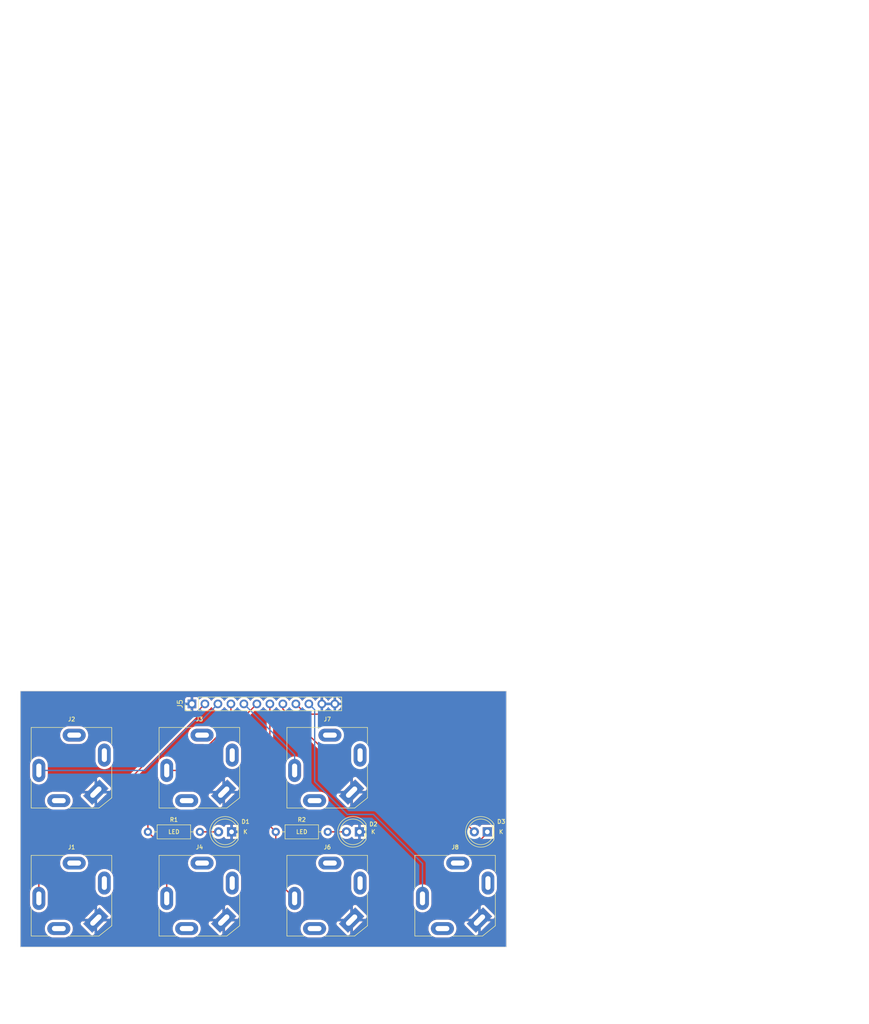
<source format=kicad_pcb>
(kicad_pcb (version 20221018) (generator pcbnew)
  (layers (0 "F.Cu" signal) (31 "B.Cu" signal) (34 "B.Paste" user) (35 "F.Paste" user) (36 "B.SilkS" user "B.Silkscreen") (37 "F.SilkS" user "F.Silkscreen") (38 "B.Mask" user) (39 "F.Mask" user) (44 "Edge.Cuts" user))
  (net 0 "")
  (net 1 "GND")
  (net 2 "Net-(D1-A)")
  (net 3 "Net-(D2-A)")
  (net 4 "OUT_LEDB")
  (net 5 "OUT_LEDA")
  (net 6 "IN")
  (net 7 "GATE_IN")
  (net 8 "RISE_CV_IN")
  (net 9 "EOR")
  (net 10 "FALL_CV_IN")
  (net 11 "EOC")
  (net 12 "OUT")
  (footprint "AO_tht:LED_D5.0mm" (layer "F.Cu") (at 343.775 162.5 180)
    (fp_text reference "D1" (at -2.725 2) (layer "F.SilkS") (effects (font (size 0.8 0.8))))
    (fp_text value "LED_green")
    (fp_text user "K" (at -2.7 0) (layer "F.SilkS") (effects (font (size 0.8 0.8))))
    (fp_line (start -1.29 -1.545) (end -1.29 1.545) (stroke (width 0.12)) (layer "F.SilkS"))
    (fp_arc (start -1.29 -1.54483) (mid 2.072002 -2.880433) (end 4.26 0.000462) (stroke (width 0.12)) (layer "F.SilkS"))
    (fp_arc (start 4.26 -0.000462) (mid 2.072002 2.880433) (end -1.29 1.54483) (stroke (width 0.12)) (layer "F.SilkS"))
    (fp_circle (center 1.27 0) (end 3.77 0) (stroke (width 0.12)) (fill none) (layer "F.SilkS"))
    (pad "1" thru_hole rect (at 0 0 180) (size 1.8 1.8) (drill 0.9) (layers "*.Cu" "*.Mask") (net 1 "GND"))
    (pad "2" thru_hole circle (at 2.54 0 180) (size 1.8 1.8) (drill 0.9) (layers "*.Cu" "*.Mask") (net 2 "Net-(D1-A)"))
  )
  (footprint "AO_tht:Jack_6.35mm_PJ_629HAN_slots" (layer "F.Cu") (at 387.5 175)
    (fp_text reference "J8" (at 0 -9.5) (layer "F.SilkS") (effects (font (size 0.8 0.8))))
    (fp_text value "OUT")
    (fp_line (start -7.9 -7.9) (end -1.5 -7.9) (stroke (width 0.12)) (layer "F.SilkS"))
    (fp_line (start -7.9 -1.5) (end -7.9 -7.9) (stroke (width 0.12)) (layer "F.SilkS"))
    (fp_line (start -7.9 7.85) (end -7.9 2.5) (stroke (width 0.12)) (layer "F.SilkS"))
    (fp_line (start -4.5 7.85) (end -7.9 7.85) (stroke (width 0.12)) (layer "F.SilkS"))
    (fp_line (start 2.5 -7.9) (end 7.85 -7.9) (stroke (width 0.12)) (layer "F.SilkS"))
    (fp_line (start 5.35 7.85) (end -0.5 7.85) (stroke (width 0.12)) (layer "F.SilkS"))
    (fp_line (start 7.85 -7.9) (end 7.85 -4.7) (stroke (width 0.12)) (layer "F.SilkS"))
    (fp_line (start 7.85 -0.4) (end 7.85 5.8) (stroke (width 0.12)) (layer "F.SilkS"))
    (fp_line (start 7.85 5.8) (end 7.85 5.85) (stroke (width 0.12)) (layer "F.SilkS"))
    (fp_line (start 7.85 5.85) (end 5.35 7.85) (stroke (width 0.12)) (layer "F.SilkS"))
    (pad "R" thru_hole oval (at 0.5 -6.4) (size 4.500001 2.5) (drill oval 2.7 1) (layers "*.Cu" "*.Mask"))
    (pad "RN" thru_hole oval (at 6.4 -2.5) (size 2.500001 4.500001) (drill oval 1 2.7) (layers "*.Cu" "*.Mask"))
    (pad "S" thru_hole rect (at 4.74 4.74 45) (size 4.500001 2.500001) (drill oval 2.7 1) (layers "*.Cu" "*.Mask") (net 1 "GND"))
    (pad "T" thru_hole oval (at -6.4 0.5) (size 2.5 4.5) (drill oval 1 2.7) (layers "*.Cu" "*.Mask") (net 12 "OUT"))
    (pad "TN" thru_hole oval (at -2.5 6.4) (size 4.5 2.5) (drill oval 2.7 1) (layers "*.Cu" "*.Mask"))
  )
  (footprint "AO_tht:Jack_6.35mm_PJ_629HAN_slots" (layer "F.Cu") (at 312.5 175)
    (fp_text reference "J1" (at 0 -9.5) (layer "F.SilkS") (effects (font (size 0.8 0.8))))
    (fp_text value "IN")
    (fp_line (start -7.9 -7.9) (end -1.5 -7.9) (stroke (width 0.12)) (layer "F.SilkS"))
    (fp_line (start -7.9 -1.5) (end -7.9 -7.9) (stroke (width 0.12)) (layer "F.SilkS"))
    (fp_line (start -7.9 7.85) (end -7.9 2.5) (stroke (width 0.12)) (layer "F.SilkS"))
    (fp_line (start -4.5 7.85) (end -7.9 7.85) (stroke (width 0.12)) (layer "F.SilkS"))
    (fp_line (start 2.5 -7.9) (end 7.85 -7.9) (stroke (width 0.12)) (layer "F.SilkS"))
    (fp_line (start 5.35 7.85) (end -0.5 7.85) (stroke (width 0.12)) (layer "F.SilkS"))
    (fp_line (start 7.85 -7.9) (end 7.85 -4.7) (stroke (width 0.12)) (layer "F.SilkS"))
    (fp_line (start 7.85 -0.4) (end 7.85 5.8) (stroke (width 0.12)) (layer "F.SilkS"))
    (fp_line (start 7.85 5.8) (end 7.85 5.85) (stroke (width 0.12)) (layer "F.SilkS"))
    (fp_line (start 7.85 5.85) (end 5.35 7.85) (stroke (width 0.12)) (layer "F.SilkS"))
    (pad "R" thru_hole oval (at 0.5 -6.4) (size 4.500001 2.5) (drill oval 2.7 1) (layers "*.Cu" "*.Mask"))
    (pad "RN" thru_hole oval (at 6.4 -2.5) (size 2.500001 4.500001) (drill oval 1 2.7) (layers "*.Cu" "*.Mask"))
    (pad "S" thru_hole rect (at 4.74 4.74 45) (size 4.500001 2.500001) (drill oval 2.7 1) (layers "*.Cu" "*.Mask") (net 1 "GND"))
    (pad "T" thru_hole oval (at -6.4 0.5) (size 2.5 4.5) (drill oval 1 2.7) (layers "*.Cu" "*.Mask") (net 6 "IN"))
    (pad "TN" thru_hole oval (at -2.5 6.4) (size 4.5 2.5) (drill oval 2.7 1) (layers "*.Cu" "*.Mask"))
  )
  (footprint "AO_tht:Jack_6.35mm_PJ_629HAN_slots" (layer "F.Cu") (at 312.5 150)
    (fp_text reference "J2" (at 0 -9.5) (layer "F.SilkS") (effects (font (size 0.8 0.8))))
    (fp_text value "GATE")
    (fp_line (start -7.9 -7.9) (end -1.5 -7.9) (stroke (width 0.12)) (layer "F.SilkS"))
    (fp_line (start -7.9 -1.5) (end -7.9 -7.9) (stroke (width 0.12)) (layer "F.SilkS"))
    (fp_line (start -7.9 7.85) (end -7.9 2.5) (stroke (width 0.12)) (layer "F.SilkS"))
    (fp_line (start -4.5 7.85) (end -7.9 7.85) (stroke (width 0.12)) (layer "F.SilkS"))
    (fp_line (start 2.5 -7.9) (end 7.85 -7.9) (stroke (width 0.12)) (layer "F.SilkS"))
    (fp_line (start 5.35 7.85) (end -0.5 7.85) (stroke (width 0.12)) (layer "F.SilkS"))
    (fp_line (start 7.85 -7.9) (end 7.85 -4.7) (stroke (width 0.12)) (layer "F.SilkS"))
    (fp_line (start 7.85 -0.4) (end 7.85 5.8) (stroke (width 0.12)) (layer "F.SilkS"))
    (fp_line (start 7.85 5.8) (end 7.85 5.85) (stroke (width 0.12)) (layer "F.SilkS"))
    (fp_line (start 7.85 5.85) (end 5.35 7.85) (stroke (width 0.12)) (layer "F.SilkS"))
    (pad "R" thru_hole oval (at 0.5 -6.4) (size 4.500001 2.5) (drill oval 2.7 1) (layers "*.Cu" "*.Mask"))
    (pad "RN" thru_hole oval (at 6.4 -2.5) (size 2.500001 4.500001) (drill oval 1 2.7) (layers "*.Cu" "*.Mask"))
    (pad "S" thru_hole rect (at 4.74 4.74 45) (size 4.500001 2.500001) (drill oval 2.7 1) (layers "*.Cu" "*.Mask") (net 1 "GND"))
    (pad "T" thru_hole oval (at -6.4 0.5) (size 2.5 4.5) (drill oval 1 2.7) (layers "*.Cu" "*.Mask") (net 7 "GATE_IN"))
    (pad "TN" thru_hole oval (at -2.5 6.4) (size 4.5 2.5) (drill oval 2.7 1) (layers "*.Cu" "*.Mask"))
  )
  (footprint "AO_tht:LED_D5.0mm" (layer "F.Cu") (at 393.775 162.5 180)
    (fp_text reference "D3" (at -2.725 2) (layer "F.SilkS") (effects (font (size 0.8 0.8))))
    (fp_text value "LED_Dual_Bidirectional")
    (fp_text user "K" (at -2.7 0) (layer "F.SilkS") (effects (font (size 0.8 0.8))))
    (fp_line (start -1.29 -1.545) (end -1.29 1.545) (stroke (width 0.12)) (layer "F.SilkS"))
    (fp_arc (start -1.29 -1.54483) (mid 2.072002 -2.880433) (end 4.26 0.000462) (stroke (width 0.12)) (layer "F.SilkS"))
    (fp_arc (start 4.26 -0.000462) (mid 2.072002 2.880433) (end -1.29 1.54483) (stroke (width 0.12)) (layer "F.SilkS"))
    (fp_circle (center 1.27 0) (end 3.77 0) (stroke (width 0.12)) (fill none) (layer "F.SilkS"))
    (pad "1" thru_hole rect (at 0 0 180) (size 1.8 1.8) (drill 0.9) (layers "*.Cu" "*.Mask") (net 4 "OUT_LEDB"))
    (pad "2" thru_hole circle (at 2.54 0 180) (size 1.8 1.8) (drill 0.9) (layers "*.Cu" "*.Mask") (net 5 "OUT_LEDA"))
  )
  (footprint "AO_tht:Jack_6.35mm_PJ_629HAN_slots" (layer "F.Cu") (at 337.5 175)
    (fp_text reference "J4" (at 0 -9.5) (layer "F.SilkS") (effects (font (size 0.8 0.8))))
    (fp_text value "EOR")
    (fp_line (start -7.9 -7.9) (end -1.5 -7.9) (stroke (width 0.12)) (layer "F.SilkS"))
    (fp_line (start -7.9 -1.5) (end -7.9 -7.9) (stroke (width 0.12)) (layer "F.SilkS"))
    (fp_line (start -7.9 7.85) (end -7.9 2.5) (stroke (width 0.12)) (layer "F.SilkS"))
    (fp_line (start -4.5 7.85) (end -7.9 7.85) (stroke (width 0.12)) (layer "F.SilkS"))
    (fp_line (start 2.5 -7.9) (end 7.85 -7.9) (stroke (width 0.12)) (layer "F.SilkS"))
    (fp_line (start 5.35 7.85) (end -0.5 7.85) (stroke (width 0.12)) (layer "F.SilkS"))
    (fp_line (start 7.85 -7.9) (end 7.85 -4.7) (stroke (width 0.12)) (layer "F.SilkS"))
    (fp_line (start 7.85 -0.4) (end 7.85 5.8) (stroke (width 0.12)) (layer "F.SilkS"))
    (fp_line (start 7.85 5.8) (end 7.85 5.85) (stroke (width 0.12)) (layer "F.SilkS"))
    (fp_line (start 7.85 5.85) (end 5.35 7.85) (stroke (width 0.12)) (layer "F.SilkS"))
    (pad "R" thru_hole oval (at 0.5 -6.4) (size 4.500001 2.5) (drill oval 2.7 1) (layers "*.Cu" "*.Mask"))
    (pad "RN" thru_hole oval (at 6.4 -2.5) (size 2.500001 4.500001) (drill oval 1 2.7) (layers "*.Cu" "*.Mask"))
    (pad "S" thru_hole rect (at 4.74 4.74 45) (size 4.500001 2.500001) (drill oval 2.7 1) (layers "*.Cu" "*.Mask") (net 1 "GND"))
    (pad "T" thru_hole oval (at -6.4 0.5) (size 2.5 4.5) (drill oval 1 2.7) (layers "*.Cu" "*.Mask") (net 9 "EOR"))
    (pad "TN" thru_hole oval (at -2.5 6.4) (size 4.5 2.5) (drill oval 2.7 1) (layers "*.Cu" "*.Mask"))
  )
  (footprint "AO_tht:Jack_6.35mm_PJ_629HAN_slots" (layer "F.Cu") (at 362.5 150)
    (fp_text reference "J7" (at 0 -9.5) (layer "F.SilkS") (effects (font (size 0.8 0.8))))
    (fp_text value "FALL_CV")
    (fp_line (start -7.9 -7.9) (end -1.5 -7.9) (stroke (width 0.12)) (layer "F.SilkS"))
    (fp_line (start -7.9 -1.5) (end -7.9 -7.9) (stroke (width 0.12)) (layer "F.SilkS"))
    (fp_line (start -7.9 7.85) (end -7.9 2.5) (stroke (width 0.12)) (layer "F.SilkS"))
    (fp_line (start -4.5 7.85) (end -7.9 7.85) (stroke (width 0.12)) (layer "F.SilkS"))
    (fp_line (start 2.5 -7.9) (end 7.85 -7.9) (stroke (width 0.12)) (layer "F.SilkS"))
    (fp_line (start 5.35 7.85) (end -0.5 7.85) (stroke (width 0.12)) (layer "F.SilkS"))
    (fp_line (start 7.85 -7.9) (end 7.85 -4.7) (stroke (width 0.12)) (layer "F.SilkS"))
    (fp_line (start 7.85 -0.4) (end 7.85 5.8) (stroke (width 0.12)) (layer "F.SilkS"))
    (fp_line (start 7.85 5.8) (end 7.85 5.85) (stroke (width 0.12)) (layer "F.SilkS"))
    (fp_line (start 7.85 5.85) (end 5.35 7.85) (stroke (width 0.12)) (layer "F.SilkS"))
    (pad "R" thru_hole oval (at 0.5 -6.4) (size 4.500001 2.5) (drill oval 2.7 1) (layers "*.Cu" "*.Mask"))
    (pad "RN" thru_hole oval (at 6.4 -2.5) (size 2.500001 4.500001) (drill oval 1 2.7) (layers "*.Cu" "*.Mask"))
    (pad "S" thru_hole rect (at 4.74 4.74 45) (size 4.500001 2.500001) (drill oval 2.7 1) (layers "*.Cu" "*.Mask") (net 1 "GND"))
    (pad "T" thru_hole oval (at -6.4 0.5) (size 2.5 4.5) (drill oval 1 2.7) (layers "*.Cu" "*.Mask") (net 10 "FALL_CV_IN"))
    (pad "TN" thru_hole oval (at -2.5 6.4) (size 4.5 2.5) (drill oval 2.7 1) (layers "*.Cu" "*.Mask"))
  )
  (footprint "AO_tht:R_Axial_DIN0207_L6.3mm_D2.5mm_P10.16mm_Horizontal" (layer "F.Cu") (at 327.42 162.5)
    (fp_text reference "R1" (at 5.08 -2.37) (layer "F.SilkS") (effects (font (size 0.8 0.8))))
    (fp_text value "LED")
    (fp_text user "${VALUE}" (at 5.08 0) (layer "F.SilkS") (effects (font (size 0.8 0.8))))
    (fp_line (start 1.04 0) (end 1.81 0) (stroke (width 0.12)) (layer "F.SilkS"))
    (fp_line (start 1.81 -1.37) (end 1.81 1.37) (stroke (width 0.12)) (layer "F.SilkS"))
    (fp_line (start 1.81 1.37) (end 8.35 1.37) (stroke (width 0.12)) (layer "F.SilkS"))
    (fp_line (start 8.35 -1.37) (end 1.81 -1.37) (stroke (width 0.12)) (layer "F.SilkS"))
    (fp_line (start 8.35 1.37) (end 8.35 -1.37) (stroke (width 0.12)) (layer "F.SilkS"))
    (fp_line (start 9.12 0) (end 8.35 0) (stroke (width 0.12)) (layer "F.SilkS"))
    (pad "1" thru_hole circle (at 0 0) (size 1.6 1.6) (drill 0.8) (layers "*.Cu" "*.Mask") (net 9 "EOR"))
    (pad "2" thru_hole oval (at 10.16 0) (size 1.6 1.6) (drill 0.8) (layers "*.Cu" "*.Mask") (net 2 "Net-(D1-A)"))
  )
  (footprint "AO_tht:R_Axial_DIN0207_L6.3mm_D2.5mm_P10.16mm_Horizontal" (layer "F.Cu") (at 352.42 162.5)
    (fp_text reference "R2" (at 5.08 -2.37) (layer "F.SilkS") (effects (font (size 0.8 0.8))))
    (fp_text value "LED")
    (fp_text user "${VALUE}" (at 5.08 0) (layer "F.SilkS") (effects (font (size 0.8 0.8))))
    (fp_line (start 1.04 0) (end 1.81 0) (stroke (width 0.12)) (layer "F.SilkS"))
    (fp_line (start 1.81 -1.37) (end 1.81 1.37) (stroke (width 0.12)) (layer "F.SilkS"))
    (fp_line (start 1.81 1.37) (end 8.35 1.37) (stroke (width 0.12)) (layer "F.SilkS"))
    (fp_line (start 8.35 -1.37) (end 1.81 -1.37) (stroke (width 0.12)) (layer "F.SilkS"))
    (fp_line (start 8.35 1.37) (end 8.35 -1.37) (stroke (width 0.12)) (layer "F.SilkS"))
    (fp_line (start 9.12 0) (end 8.35 0) (stroke (width 0.12)) (layer "F.SilkS"))
    (pad "1" thru_hole circle (at 0 0) (size 1.6 1.6) (drill 0.8) (layers "*.Cu" "*.Mask") (net 11 "EOC"))
    (pad "2" thru_hole oval (at 10.16 0) (size 1.6 1.6) (drill 0.8) (layers "*.Cu" "*.Mask") (net 3 "Net-(D2-A)"))
  )
  (footprint "AO_tht:Jack_6.35mm_PJ_629HAN_slots" (layer "F.Cu") (at 362.5 175)
    (fp_text reference "J6" (at 0 -9.5) (layer "F.SilkS") (effects (font (size 0.8 0.8))))
    (fp_text value "EOC")
    (fp_line (start -7.9 -7.9) (end -1.5 -7.9) (stroke (width 0.12)) (layer "F.SilkS"))
    (fp_line (start -7.9 -1.5) (end -7.9 -7.9) (stroke (width 0.12)) (layer "F.SilkS"))
    (fp_line (start -7.9 7.85) (end -7.9 2.5) (stroke (width 0.12)) (layer "F.SilkS"))
    (fp_line (start -4.5 7.85) (end -7.9 7.85) (stroke (width 0.12)) (layer "F.SilkS"))
    (fp_line (start 2.5 -7.9) (end 7.85 -7.9) (stroke (width 0.12)) (layer "F.SilkS"))
    (fp_line (start 5.35 7.85) (end -0.5 7.85) (stroke (width 0.12)) (layer "F.SilkS"))
    (fp_line (start 7.85 -7.9) (end 7.85 -4.7) (stroke (width 0.12)) (layer "F.SilkS"))
    (fp_line (start 7.85 -0.4) (end 7.85 5.8) (stroke (width 0.12)) (layer "F.SilkS"))
    (fp_line (start 7.85 5.8) (end 7.85 5.85) (stroke (width 0.12)) (layer "F.SilkS"))
    (fp_line (start 7.85 5.85) (end 5.35 7.85) (stroke (width 0.12)) (layer "F.SilkS"))
    (pad "R" thru_hole oval (at 0.5 -6.4) (size 4.500001 2.5) (drill oval 2.7 1) (layers "*.Cu" "*.Mask"))
    (pad "RN" thru_hole oval (at 6.4 -2.5) (size 2.500001 4.500001) (drill oval 1 2.7) (layers "*.Cu" "*.Mask"))
    (pad "S" thru_hole rect (at 4.74 4.74 45) (size 4.500001 2.500001) (drill oval 2.7 1) (layers "*.Cu" "*.Mask") (net 1 "GND"))
    (pad "T" thru_hole oval (at -6.4 0.5) (size 2.5 4.5) (drill oval 1 2.7) (layers "*.Cu" "*.Mask") (net 11 "EOC"))
    (pad "TN" thru_hole oval (at -2.5 6.4) (size 4.5 2.5) (drill oval 2.7 1) (layers "*.Cu" "*.Mask"))
  )
  (footprint "AO_tht:LED_D5.0mm" (layer "F.Cu") (at 368.775 162.5 180)
    (fp_text reference "D2" (at -2.725 1.5) (layer "F.SilkS") (effects (font (size 0.8 0.8))))
    (fp_text value "LED_green")
    (fp_text user "K" (at -2.7 0) (layer "F.SilkS") (effects (font (size 0.8 0.8))))
    (fp_line (start -1.29 -1.545) (end -1.29 1.545) (stroke (width 0.12)) (layer "F.SilkS"))
    (fp_arc (start -1.29 -1.54483) (mid 2.072002 -2.880433) (end 4.26 0.000462) (stroke (width 0.12)) (layer "F.SilkS"))
    (fp_arc (start 4.26 -0.000462) (mid 2.072002 2.880433) (end -1.29 1.54483) (stroke (width 0.12)) (layer "F.SilkS"))
    (fp_circle (center 1.27 0) (end 3.77 0) (stroke (width 0.12)) (fill none) (layer "F.SilkS"))
    (pad "1" thru_hole rect (at 0 0 180) (size 1.8 1.8) (drill 0.9) (layers "*.Cu" "*.Mask") (net 1 "GND"))
    (pad "2" thru_hole circle (at 2.54 0 180) (size 1.8 1.8) (drill 0.9) (layers "*.Cu" "*.Mask") (net 3 "Net-(D2-A)"))
  )
  (footprint "Connector_PinHeader_2.54mm:PinHeader_1x12_P2.54mm_Vertical" (layer "F.Cu") (at 336.025 137.5 90)
    (fp_text reference "J5" (at 0 -2.33 90) (layer "F.SilkS"))
    (fp_text value "Conn_01x12")
    (fp_line (start -1.33 -1.33) (end 0 -1.33) (stroke (width 0.12)) (layer "F.SilkS"))
    (fp_line (start -1.33 0) (end -1.33 -1.33) (stroke (width 0.12)) (layer "F.SilkS"))
    (fp_line (start -1.33 1.27) (end -1.33 29.27) (stroke (width 0.12)) (layer "F.SilkS"))
    (fp_line (start -1.33 1.27) (end 1.33 1.27) (stroke (width 0.12)) (layer "F.SilkS"))
    (fp_line (start -1.33 29.27) (end 1.33 29.27) (stroke (width 0.12)) (layer "F.SilkS"))
    (fp_line (start 1.33 1.27) (end 1.33 29.27) (stroke (width 0.12)) (layer "F.SilkS"))
    (pad "1" thru_hole rect (at 0 0 90) (size 1.7 1.7) (drill 1) (layers "*.Cu" "*.Mask") (net 1 "GND"))
    (pad "2" thru_hole oval (at 0 2.54 90) (size 1.7 1.7) (drill 1) (layers "*.Cu" "*.Mask") (net 6 "IN"))
    (pad "3" thru_hole oval (at 0 5.08 90) (size 1.7 1.7) (drill 1) (layers "*.Cu" "*.Mask") (net 7 "GATE_IN"))
    (pad "4" thru_hole oval (at 0 7.62 90) (size 1.7 1.7) (drill 1) (layers "*.Cu" "*.Mask") (net 8 "RISE_CV_IN"))
    (pad "5" thru_hole oval (at 0 10.16 90) (size 1.7 1.7) (drill 1) (layers "*.Cu" "*.Mask") (net 10 "FALL_CV_IN"))
    (pad "6" thru_hole oval (at 0 12.7 90) (size 1.7 1.7) (drill 1) (layers "*.Cu" "*.Mask") (net 9 "EOR"))
    (pad "7" thru_hole oval (at 0 15.24 90) (size 1.7 1.7) (drill 1) (layers "*.Cu" "*.Mask") (net 11 "EOC"))
    (pad "8" thru_hole oval (at 0 17.78 90) (size 1.7 1.7) (drill 1) (layers "*.Cu" "*.Mask") (net 4 "OUT_LEDB"))
    (pad "9" thru_hole oval (at 0 20.32 90) (size 1.7 1.7) (drill 1) (layers "*.Cu" "*.Mask") (net 5 "OUT_LEDA"))
    (pad "10" thru_hole oval (at 0 22.86 90) (size 1.7 1.7) (drill 1) (layers "*.Cu" "*.Mask") (net 12 "OUT"))
    (pad "11" thru_hole oval (at 0 25.4 90) (size 1.7 1.7) (drill 1) (layers "*.Cu" "*.Mask") (net 1 "GND"))
    (pad "12" thru_hole oval (at 0 27.94 90) (size 1.7 1.7) (drill 1) (layers "*.Cu" "*.Mask") (net 1 "GND"))
  )
  (footprint "AO_tht:Jack_6.35mm_PJ_629HAN_slots" (layer "F.Cu") (at 337.5 150)
    (fp_text reference "J3" (at 0 -9.5) (layer "F.SilkS") (effects (font (size 0.8 0.8))))
    (fp_text value "RISE_CV")
    (fp_line (start -7.9 -7.9) (end -1.5 -7.9) (stroke (width 0.12)) (layer "F.SilkS"))
    (fp_line (start -7.9 -1.5) (end -7.9 -7.9) (stroke (width 0.12)) (layer "F.SilkS"))
    (fp_line (start -7.9 7.85) (end -7.9 2.5) (stroke (width 0.12)) (layer "F.SilkS"))
    (fp_line (start -4.5 7.85) (end -7.9 7.85) (stroke (width 0.12)) (layer "F.SilkS"))
    (fp_line (start 2.5 -7.9) (end 7.85 -7.9) (stroke (width 0.12)) (layer "F.SilkS"))
    (fp_line (start 5.35 7.85) (end -0.5 7.85) (stroke (width 0.12)) (layer "F.SilkS"))
    (fp_line (start 7.85 -7.9) (end 7.85 -4.7) (stroke (width 0.12)) (layer "F.SilkS"))
    (fp_line (start 7.85 -0.4) (end 7.85 5.8) (stroke (width 0.12)) (layer "F.SilkS"))
    (fp_line (start 7.85 5.8) (end 7.85 5.85) (stroke (width 0.12)) (layer "F.SilkS"))
    (fp_line (start 7.85 5.85) (end 5.35 7.85) (stroke (width 0.12)) (layer "F.SilkS"))
    (pad "R" thru_hole oval (at 0.5 -6.4) (size 4.500001 2.5) (drill oval 2.7 1) (layers "*.Cu" "*.Mask"))
    (pad "RN" thru_hole oval (at 6.4 -2.5) (size 2.500001 4.500001) (drill oval 1 2.7) (layers "*.Cu" "*.Mask"))
    (pad "S" thru_hole rect (at 4.74 4.74 45) (size 4.500001 2.500001) (drill oval 2.7 1) (layers "*.Cu" "*.Mask") (net 1 "GND"))
    (pad "T" thru_hole oval (at -6.4 0.5) (size 2.5 4.5) (drill oval 1 2.7) (layers "*.Cu" "*.Mask") (net 8 "RISE_CV_IN"))
    (pad "TN" thru_hole oval (at -2.5 6.4) (size 4.5 2.5) (drill oval 2.7 1) (layers "*.Cu" "*.Mask"))
  )
  (gr_rect (start 302.5 135) (end 397.5 185) (stroke (width 0.1)) (fill none) (layer "Edge.Cuts"))
  (segment (start 337.58 162.5) (end 341.235 162.5) (width 0.25) (layer "F.Cu") (net 2))
  (segment (start 362.58 162.5) (end 366.235 162.5) (width 0.25) (layer "F.Cu") (net 3))
  (segment (start 353.805 138.505) (end 353.805 137.5) (width 0.25) (layer "F.Cu") (net 4))
  (segment (start 391.5 165) (end 384 165) (width 0.25) (layer "F.Cu") (net 4))
  (segment (start 369.9 150.9) (end 366.2 150.9) (width 0.25) (layer "F.Cu") (net 4))
  (segment (start 366.2 150.9) (end 353.805 138.505) (width 0.25) (layer "F.Cu") (net 4))
  (segment (start 393.775 162.725) (end 391.5 165) (width 0.25) (layer "F.Cu") (net 4))
  (segment (start 393.775 162.5) (end 393.775 162.725) (width 0.25) (layer "F.Cu") (net 4))
  (segment (start 384 165) (end 369.9 150.9) (width 0.25) (layer "F.Cu") (net 4))
  (segment (start 368.235 139.5) (end 391.235 162.5) (width 0.25) (layer "F.Cu") (net 5))
  (segment (start 356.345 137.5) (end 358.345 139.5) (width 0.25) (layer "F.Cu") (net 5))
  (segment (start 358.345 139.5) (end 368.235 139.5) (width 0.25) (layer "F.Cu") (net 5))
  (segment (start 338.565 137.5) (end 306.1 169.965) (width 0.25) (layer "F.Cu") (net 6))
  (segment (start 306.1 169.965) (end 306.1 175.5) (width 0.25) (layer "F.Cu") (net 6))
  (segment (start 341.105 137.5) (end 337.905 140.7) (width 0.25) (layer "B.Cu") (net 7))
  (segment (start 336.6 140.7) (end 326.8 150.5) (width 0.25) (layer "B.Cu") (net 7))
  (segment (start 326.8 150.5) (end 306.1 150.5) (width 0.25) (layer "B.Cu") (net 7))
  (segment (start 337.905 140.7) (end 336.6 140.7) (width 0.25) (layer "B.Cu") (net 7))
  (segment (start 334.327387 150.5) (end 331.1 150.5) (width 0.25) (layer "F.Cu") (net 8))
  (segment (start 343.645 137.5) (end 343.645 141.182387) (width 0.25) (layer "F.Cu") (net 8))
  (segment (start 343.645 141.182387) (end 334.327387 150.5) (width 0.25) (layer "F.Cu") (net 8))
  (segment (start 348.725 137.5) (end 327.42 158.805) (width 0.25) (layer "F.Cu") (net 9))
  (segment (start 331.1 166.18) (end 327.42 162.5) (width 0.25) (layer "F.Cu") (net 9))
  (segment (start 331.1 175.5) (end 331.1 166.18) (width 0.25) (layer "F.Cu") (net 9))
  (segment (start 327.42 158.805) (end 327.42 162.5) (width 0.25) (layer "F.Cu") (net 9))
  (segment (start 356.1 147.415) (end 356.1 150.5) (width 0.25) (layer "B.Cu") (net 10))
  (segment (start 346.185 137.5) (end 356.1 147.415) (width 0.25) (layer "B.Cu") (net 10))
  (segment (start 351.265 161.345) (end 352.42 162.5) (width 0.25) (layer "F.Cu") (net 11))
  (segment (start 351.265 137.5) (end 351.265 161.345) (width 0.25) (layer "F.Cu") (net 11))
  (segment (start 352.42 171.82) (end 356.1 175.5) (width 0.25) (layer "F.Cu") (net 11))
  (segment (start 352.42 162.5) (end 352.42 171.82) (width 0.25) (layer "F.Cu") (net 11))
  (segment (start 366.4 159.1) (end 371.5 159.1) (width 0.25) (layer "B.Cu") (net 12))
  (segment (start 358.885 137.5) (end 360.027387 138.642387) (width 0.25) (layer "B.Cu") (net 12))
  (segment (start 360.027387 138.642387) (end 360.027387 152.727387) (width 0.25) (layer "B.Cu") (net 12))
  (segment (start 381.1 168.7) (end 381.1 175.5) (width 0.25) (layer "B.Cu") (net 12))
  (segment (start 371.5 159.1) (end 381.1 168.7) (width 0.25) (layer "B.Cu") (net 12))
  (segment (start 360.027387 152.727387) (end 366.4 159.1) (width 0.25) (layer "B.Cu") (net 12))
  (zone (net 1) (net_name "GND") (layers "F&B.Cu") (connect_pads (clearance 0.5)) (min_thickness 0.25) (fill yes (thermal_gap 0.5) (thermal_bridge_width 0.5))
    (polygon (pts (xy 298.5 134.5) (xy 398.5 134.5) (xy 398.5 186) (xy 299 185.5)))
  )
)
</source>
